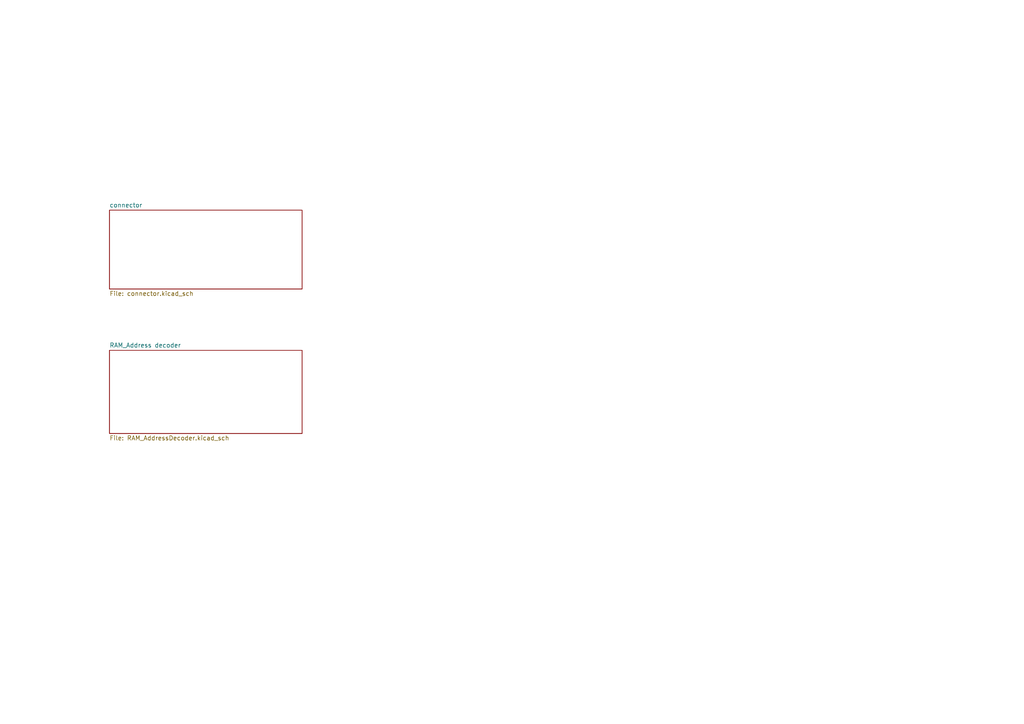
<source format=kicad_sch>
(kicad_sch (version 20211123) (generator eeschema)
  (paper "A4")
  (lib_symbols)
  (sheet (at 31.75 60.96) (size 55.88 22.86) (stroke (width 0.1524))
    (property "Sheet name" "connector" (at 31.75 60.2484 0) (effects (justify left bottom)))
    (property "Sheet file" "connector.kicad_sch" (at 31.75 84.4046 0) (effects (justify left top)))
  )
  (sheet (at 31.75 101.6) (size 55.88 24.13) (stroke (width 0.1524))
    (property "Sheet name" "RAM_Address decoder" (at 31.75 100.8884 0) (effects (justify left bottom)))
    (property "Sheet file" "RAM_AddressDecoder.kicad_sch" (at 31.75 126.3146 0) (effects (justify left top)))
  )
)
</source>
